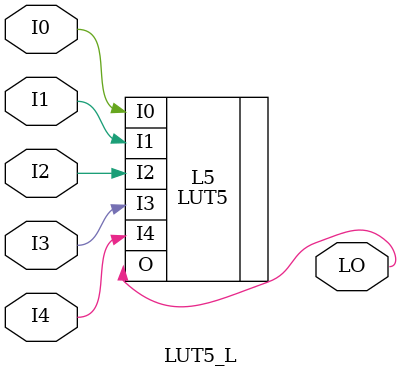
<source format=v>

`timescale  1 ps / 1 ps


module LUT5_L (LO, I0, I1, I2, I3, I4);

    parameter [31:0] INIT = 32'h00000000;

    input I0, I1, I2, I3, I4;

    output LO;
    
    wire LO;

    LUT5 #(.INIT(INIT)) L5 (.O(LO), .I0(I0), .I1(I1), .I2(I2), .I3(I3), .I4(I4));

endmodule



</source>
